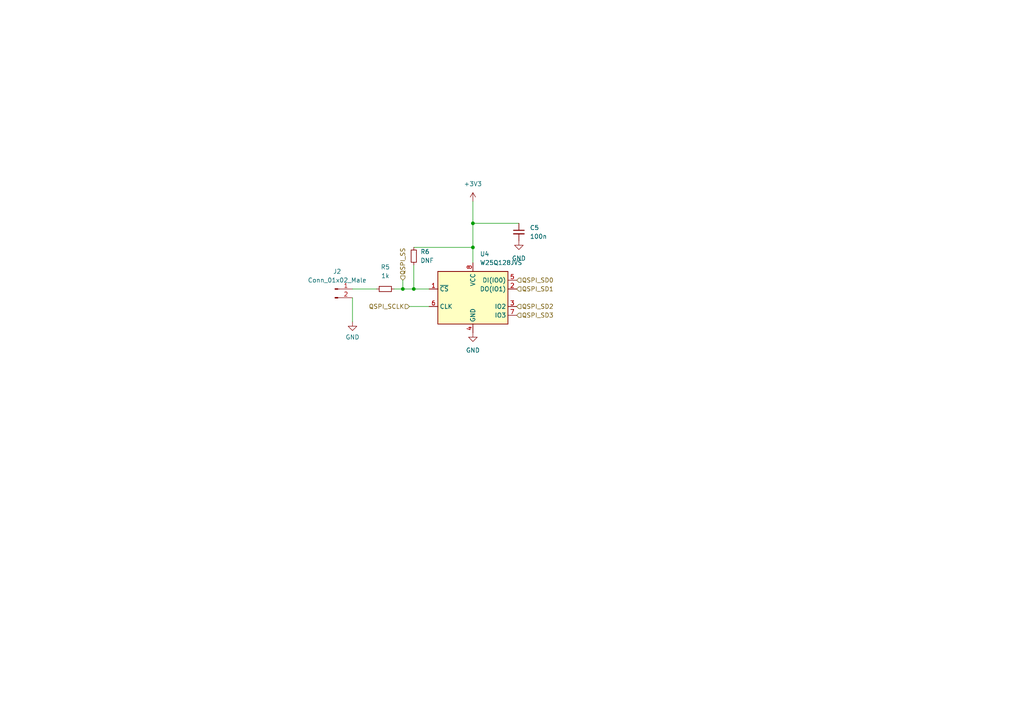
<source format=kicad_sch>
(kicad_sch (version 20211123) (generator eeschema)
  (paper "A4")
  (lib_symbols
    (symbol "Connector:Conn_01x02_Male" (pin_names (offset 1.016) hide)
      (property "Reference" "J" (at 0 2.54 0))
      (property "Value" "Conn_01x02_Male" (at 0 -5.08 0))
      (symbol "Conn_01x02_Male_1_1"
        (polyline (pts (xy 1.27 -2.54) (xy 0.8636 -2.54)) (stroke (width 0.1524)))
        (polyline (pts (xy 1.27 0) (xy 0.8636 0)) (stroke (width 0.1524)))
        (rectangle (start 0.8636 -2.413) (end 0 -2.667) (stroke (width 0.1524)) (fill (type outline)))
        (rectangle (start 0.8636 0.127) (end 0 -0.127) (stroke (width 0.1524)) (fill (type outline)))
        (pin passive line (at 5.08 0 180) (length 3.81) (name "Pin_1") (number "1"))
        (pin passive line (at 5.08 -2.54 180) (length 3.81) (name "Pin_2") (number "2"))
      )
    )
    (symbol "Device:C_Small" (pin_numbers hide) (pin_names (offset 0.254) hide)
      (property "Reference" "C" (at 0.254 1.778 0))
      (property "Value" "C_Small" (at 0.254 -2.032 0))
      (symbol "C_Small_0_1"
        (polyline (pts (xy -1.524 -0.508) (xy 1.524 -0.508)) (stroke (width 0.3302)))
        (polyline (pts (xy -1.524 0.508) (xy 1.524 0.508)) (stroke (width 0.3048)))
      )
      (symbol "C_Small_1_1"
        (pin passive line (at 0 2.54 270) (length 2.032) (name "~") (number "1"))
        (pin passive line (at 0 -2.54 90) (length 2.032) (name "~") (number "2"))
      )
    )
    (symbol "Device:R_Small" (pin_numbers hide) (pin_names (offset 0.254) hide)
      (property "Reference" "R" (at 0.762 0.508 0))
      (property "Value" "R_Small" (at 0.762 -1.016 0))
      (symbol "R_Small_0_1"
        (rectangle (start -0.762 1.778) (end 0.762 -1.778) (stroke (width 0.2032)))
      )
      (symbol "R_Small_1_1"
        (pin passive line (at 0 2.54 270) (length 0.762) (name "~") (number "1"))
        (pin passive line (at 0 -2.54 90) (length 0.762) (name "~") (number "2"))
      )
    )
    (symbol "Memory_Flash:W25Q128JVS"
      (property "Reference" "U" (at -8.89 8.89 0))
      (property "Value" "W25Q128JVS" (at 7.62 8.89 0))
      (symbol "W25Q128JVS_0_1"
        (rectangle (start -10.16 7.62) (end 10.16 -7.62) (stroke (width 0.254)) (fill (type background)))
      )
      (symbol "W25Q128JVS_1_1"
        (pin input line (at -12.7 2.54 0) (length 2.54) (name "~{CS}") (number "1"))
        (pin bidirectional line (at 12.7 2.54 180) (length 2.54) (name "DO(IO1)") (number "2"))
        (pin bidirectional line (at 12.7 -2.54 180) (length 2.54) (name "IO2") (number "3"))
        (pin power_in line (at 0 -10.16 90) (length 2.54) (name "GND") (number "4"))
        (pin bidirectional line (at 12.7 5.08 180) (length 2.54) (name "DI(IO0)") (number "5"))
        (pin input line (at -12.7 -2.54 0) (length 2.54) (name "CLK") (number "6"))
        (pin bidirectional line (at 12.7 -5.08 180) (length 2.54) (name "IO3") (number "7"))
        (pin power_in line (at 0 10.16 270) (length 2.54) (name "VCC") (number "8"))
      )
    )
    (symbol "power:+3V3" (power) (pin_names (offset 0))
      (property "Value" "+3V3" (at 0 3.556 0))
      (symbol "+3V3_0_1"
        (polyline (pts (xy -0.762 1.27) (xy 0 2.54)))
        (polyline (pts (xy 0 0) (xy 0 2.54)))
        (polyline (pts (xy 0 2.54) (xy 0.762 1.27)))
      )
      (symbol "+3V3_1_1"
        (pin power_in line (at 0 0 90) (length 0) hide (name "+3V3") (number "1"))
      )
    )
    (symbol "power:GND" (power) (pin_names (offset 0))
      (property "Value" "GND" (at 0 -3.81 0))
      (symbol "GND_0_1"
        (polyline (pts (xy 0 0) (xy 0 -1.27) (xy 1.27 -1.27) (xy 0 -2.54) (xy -1.27 -1.27) (xy 0 -1.27)))
      )
      (symbol "GND_1_1"
        (pin power_in line (at 0 0 270) (length 0) hide (name "GND") (number "1"))
      )
    )
  )
  (junction (at 120.015 83.82))
  (junction (at 137.16 64.77))
  (junction (at 116.84 83.82))
  (junction (at 137.16 71.755))
  (wire (pts (xy 137.16 58.42) (xy 137.16 64.77)))
  (wire (pts (xy 120.015 76.835) (xy 120.015 83.82)))
  (wire (pts (xy 120.015 71.755) (xy 137.16 71.755)))
  (wire (pts (xy 114.3 83.82) (xy 116.84 83.82)))
  (wire (pts (xy 102.235 86.36) (xy 102.235 93.345)))
  (wire (pts (xy 137.16 71.755) (xy 137.16 76.2)))
  (wire (pts (xy 118.745 88.9) (xy 124.46 88.9)))
  (wire (pts (xy 116.84 81.28) (xy 116.84 83.82)))
  (wire (pts (xy 116.84 83.82) (xy 120.015 83.82)))
  (wire (pts (xy 120.015 83.82) (xy 124.46 83.82)))
  (wire (pts (xy 137.16 64.77) (xy 137.16 71.755)))
  (wire (pts (xy 137.16 64.77) (xy 150.495 64.77)))
  (wire (pts (xy 102.235 83.82) (xy 109.22 83.82)))
  (hierarchical_label "QSPI_SD0" (shape input) (at 149.86 81.28 0))
  (hierarchical_label "QSPI_SS" (shape input) (at 116.84 81.28 90))
  (hierarchical_label "QSPI_SCLK" (shape input) (at 118.745 88.9 180))
  (hierarchical_label "QSPI_SD2" (shape input) (at 149.86 88.9 0))
  (hierarchical_label "QSPI_SD3" (shape input) (at 149.86 91.44 0))
  (hierarchical_label "QSPI_SD1" (shape input) (at 149.86 83.82 0))
  (symbol (lib_id "power:GND") (at 137.16 96.52 0) (unit 1)
    (property "Reference" "#PWR0107" (effects hide))
    (property "Value" "GND" (at 137.16 101.6 0))
  )
  (symbol (lib_id "power:GND") (at 150.495 69.85 0) (unit 1)
    (property "Reference" "#PWR0106" (effects hide))
    (property "Value" "GND" (at 150.495 74.93 0))
  )
  (symbol (lib_id "Device:R_Small") (at 120.015 74.295 0) (unit 1)
    (property "Reference" "R6" (at 121.92 73.0249 0) (effects (justify left)))
    (property "Value" "DNF" (at 121.92 75.5649 0) (effects (justify left)))
  )
  (symbol (lib_id "Memory_Flash:W25Q128JVS") (at 137.16 86.36 0) (unit 1)
    (property "Reference" "U4" (at 139.1794 73.66 0) (effects (justify left)))
    (property "Value" "W25Q128JVS" (at 139.1794 76.2 0) (effects (justify left)))
    (property "Footprint" "Package_SO:SOIC-8_5.23x5.23mm_P1.27mm" (effects hide))
    (property "Datasheet" "http://www.winbond.com/resource-files/w25q128jv_dtr%20revc%2003272018%20plus.pdf" (effects hide))
  )
  (symbol (lib_id "Device:R_Small") (at 111.76 83.82 90) (unit 1)
    (property "Reference" "R5" (at 111.76 77.47 90))
    (property "Value" "1k" (at 111.76 80.01 90))
  )
  (symbol (lib_id "Device:C_Small") (at 150.495 67.31 0) (unit 1)
    (property "Reference" "C5" (at 153.67 66.0462 0) (effects (justify left)))
    (property "Value" "100n" (at 153.67 68.5862 0) (effects (justify left)))
  )
  (symbol (lib_id "Connector:Conn_01x02_Male") (at 97.155 83.82 0) (unit 1)
    (property "Reference" "J2" (at 97.79 78.74 0))
    (property "Value" "Conn_01x02_Male" (at 97.79 81.28 0))
  )
  (symbol (lib_id "power:+3V3") (at 137.16 58.42 0) (unit 1)
    (property "Reference" "#PWR0105" (effects hide))
    (property "Value" "+3V3" (at 137.16 53.34 0))
  )
  (symbol (lib_id "power:GND") (at 102.235 93.345 0) (unit 1)
    (property "Reference" "#PWR0108" (effects hide))
    (property "Value" "GND" (at 102.235 97.79 0))
  )
)
</source>
